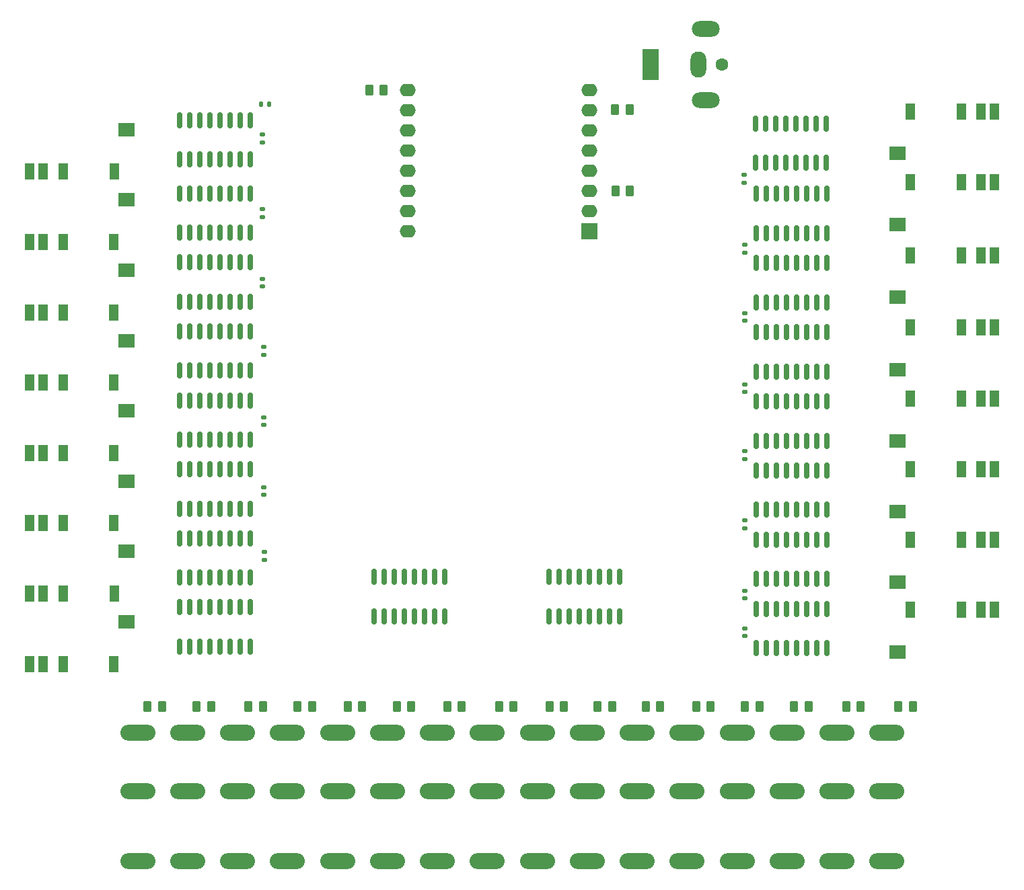
<source format=gts>
G04 #@! TF.GenerationSoftware,KiCad,Pcbnew,8.0.5*
G04 #@! TF.CreationDate,2025-03-13T16:15:27+08:00*
G04 #@! TF.ProjectId,hardware,68617264-7761-4726-952e-6b696361645f,rev?*
G04 #@! TF.SameCoordinates,Original*
G04 #@! TF.FileFunction,Soldermask,Top*
G04 #@! TF.FilePolarity,Negative*
%FSLAX46Y46*%
G04 Gerber Fmt 4.6, Leading zero omitted, Abs format (unit mm)*
G04 Created by KiCad (PCBNEW 8.0.5) date 2025-03-13 16:15:27*
%MOMM*%
%LPD*%
G01*
G04 APERTURE LIST*
G04 Aperture macros list*
%AMRoundRect*
0 Rectangle with rounded corners*
0 $1 Rounding radius*
0 $2 $3 $4 $5 $6 $7 $8 $9 X,Y pos of 4 corners*
0 Add a 4 corners polygon primitive as box body*
4,1,4,$2,$3,$4,$5,$6,$7,$8,$9,$2,$3,0*
0 Add four circle primitives for the rounded corners*
1,1,$1+$1,$2,$3*
1,1,$1+$1,$4,$5*
1,1,$1+$1,$6,$7*
1,1,$1+$1,$8,$9*
0 Add four rect primitives between the rounded corners*
20,1,$1+$1,$2,$3,$4,$5,0*
20,1,$1+$1,$4,$5,$6,$7,0*
20,1,$1+$1,$6,$7,$8,$9,0*
20,1,$1+$1,$8,$9,$2,$3,0*%
G04 Aperture macros list end*
%ADD10R,1.300000X2.000000*%
%ADD11R,2.000000X1.700000*%
%ADD12RoundRect,0.150000X0.150000X-0.825000X0.150000X0.825000X-0.150000X0.825000X-0.150000X-0.825000X0*%
%ADD13RoundRect,0.140000X-0.170000X0.140000X-0.170000X-0.140000X0.170000X-0.140000X0.170000X0.140000X0*%
%ADD14RoundRect,0.150000X-0.150000X0.825000X-0.150000X-0.825000X0.150000X-0.825000X0.150000X0.825000X0*%
%ADD15RoundRect,0.250000X-0.262500X-0.450000X0.262500X-0.450000X0.262500X0.450000X-0.262500X0.450000X0*%
%ADD16C,1.600000*%
%ADD17R,2.000000X4.000000*%
%ADD18O,2.000000X3.300000*%
%ADD19O,3.500000X2.000000*%
%ADD20R,2.000000X2.000000*%
%ADD21O,2.000000X1.600000*%
%ADD22RoundRect,0.250000X0.262500X0.450000X-0.262500X0.450000X-0.262500X-0.450000X0.262500X-0.450000X0*%
%ADD23RoundRect,0.140000X-0.140000X-0.170000X0.140000X-0.170000X0.140000X0.170000X-0.140000X0.170000X0*%
%ADD24O,4.404000X2.004000*%
G04 APERTURE END LIST*
D10*
G04 #@! TO.C,M16*
X278600001Y-55700000D03*
X276100001Y-55700000D03*
D11*
X268100002Y-61000000D03*
D10*
X269700001Y-55700001D03*
X280300000Y-55700000D03*
G04 #@! TD*
G04 #@! TO.C,M8*
X278600001Y-64636500D03*
X276100001Y-64636500D03*
D11*
X268100002Y-69936500D03*
D10*
X269700001Y-64636501D03*
X280300000Y-64636500D03*
G04 #@! TD*
G04 #@! TO.C,M9*
X280300000Y-73836500D03*
X269700001Y-73836501D03*
D11*
X268100002Y-79136500D03*
D10*
X276100001Y-73836500D03*
X278600001Y-73836500D03*
G04 #@! TD*
G04 #@! TO.C,M10*
X280300000Y-82900000D03*
X269700001Y-82900001D03*
D11*
X268100002Y-88200000D03*
D10*
X276100001Y-82900000D03*
X278600001Y-82900000D03*
G04 #@! TD*
G04 #@! TO.C,M11*
X280300000Y-91900000D03*
X269700001Y-91900001D03*
D11*
X268100002Y-97200000D03*
D10*
X276100001Y-91900000D03*
X278600001Y-91900000D03*
G04 #@! TD*
G04 #@! TO.C,M12*
X280300000Y-100800000D03*
X269700001Y-100800001D03*
D11*
X268100002Y-106100000D03*
D10*
X276100001Y-100800000D03*
X278600001Y-100800000D03*
G04 #@! TD*
G04 #@! TO.C,M13*
X280300000Y-109700000D03*
X269700001Y-109700001D03*
D11*
X268100002Y-115000000D03*
D10*
X276100001Y-109700000D03*
X278600001Y-109700000D03*
G04 #@! TD*
G04 #@! TO.C,M14*
X280300000Y-118500000D03*
X269700001Y-118500001D03*
D11*
X268100002Y-123800000D03*
D10*
X276100001Y-118500000D03*
X278600001Y-118500000D03*
G04 #@! TD*
G04 #@! TO.C,M7*
X158863502Y-125300000D03*
X169463501Y-125299999D03*
D11*
X171063500Y-120000000D03*
D10*
X163063501Y-125300000D03*
X160563501Y-125300000D03*
G04 #@! TD*
G04 #@! TO.C,M6*
X158900001Y-116442853D03*
X169500000Y-116442852D03*
D11*
X171099999Y-111142853D03*
D10*
X163100000Y-116442853D03*
X160600000Y-116442853D03*
G04 #@! TD*
G04 #@! TO.C,M5*
X158863502Y-107585711D03*
X169463501Y-107585710D03*
D11*
X171063500Y-102285711D03*
D10*
X163063501Y-107585711D03*
X160563501Y-107585711D03*
G04 #@! TD*
G04 #@! TO.C,M4*
X158863502Y-98728569D03*
X169463501Y-98728568D03*
D11*
X171063500Y-93428569D03*
D10*
X163063501Y-98728569D03*
X160563501Y-98728569D03*
G04 #@! TD*
G04 #@! TO.C,M3*
X158863502Y-89871427D03*
X169463501Y-89871426D03*
D11*
X171063500Y-84571427D03*
D10*
X163063501Y-89871427D03*
X160563501Y-89871427D03*
G04 #@! TD*
G04 #@! TO.C,M2*
X158863502Y-81014285D03*
X169463501Y-81014284D03*
D11*
X171063500Y-75714285D03*
D10*
X163063501Y-81014285D03*
X160563501Y-81014285D03*
G04 #@! TD*
G04 #@! TO.C,M1*
X158863502Y-72157143D03*
X169463501Y-72157142D03*
D11*
X171063500Y-66857143D03*
D10*
X163063501Y-72157143D03*
X160563501Y-72157143D03*
G04 #@! TD*
G04 #@! TO.C,M15*
X158900000Y-63300001D03*
X169499999Y-63300000D03*
D11*
X171099998Y-58000001D03*
D10*
X163099999Y-63300001D03*
X160599999Y-63300001D03*
G04 #@! TD*
D12*
G04 #@! TO.C,U8*
X177755000Y-105733332D03*
X179025000Y-105733332D03*
X180295000Y-105733332D03*
X181565000Y-105733332D03*
X182835000Y-105733332D03*
X184105000Y-105733332D03*
X185375000Y-105733332D03*
X186645000Y-105733332D03*
X186645000Y-100783332D03*
X185375000Y-100783332D03*
X184105000Y-100783332D03*
X182835000Y-100783332D03*
X181565000Y-100783332D03*
X180295000Y-100783332D03*
X179025000Y-100783332D03*
X177755000Y-100783332D03*
G04 #@! TD*
D13*
G04 #@! TO.C,C14*
X248900000Y-120820000D03*
X248900000Y-121780000D03*
G04 #@! TD*
D14*
G04 #@! TO.C,U14*
X259200000Y-92224999D03*
X257930000Y-92224999D03*
X256660000Y-92224999D03*
X255390000Y-92224999D03*
X254120000Y-92224999D03*
X252850000Y-92224999D03*
X251580000Y-92224999D03*
X250310000Y-92224999D03*
X250310000Y-97174999D03*
X251580000Y-97174999D03*
X252850000Y-97174999D03*
X254120000Y-97174999D03*
X255390000Y-97174999D03*
X256660000Y-97174999D03*
X257930000Y-97174999D03*
X259200000Y-97174999D03*
G04 #@! TD*
D15*
G04 #@! TO.C,R12*
X224287500Y-130700000D03*
X226112500Y-130700000D03*
G04 #@! TD*
G04 #@! TO.C,R13*
X230337500Y-130700000D03*
X232162500Y-130700000D03*
G04 #@! TD*
D14*
G04 #@! TO.C,U17*
X259200000Y-118350000D03*
X257930000Y-118350000D03*
X256660000Y-118350000D03*
X255390000Y-118350000D03*
X254120000Y-118350000D03*
X252850000Y-118350000D03*
X251580000Y-118350000D03*
X250310000Y-118350000D03*
X250310000Y-123300000D03*
X251580000Y-123300000D03*
X252850000Y-123300000D03*
X254120000Y-123300000D03*
X255390000Y-123300000D03*
X256660000Y-123300000D03*
X257930000Y-123300000D03*
X259200000Y-123300000D03*
G04 #@! TD*
D15*
G04 #@! TO.C,R5*
X179875000Y-130700000D03*
X181700000Y-130700000D03*
G04 #@! TD*
D13*
G04 #@! TO.C,C9*
X248900000Y-81120000D03*
X248900000Y-82080000D03*
G04 #@! TD*
D15*
G04 #@! TO.C,R19*
X268187500Y-130700000D03*
X270012500Y-130700000D03*
G04 #@! TD*
G04 #@! TO.C,R7*
X192575000Y-130700000D03*
X194400000Y-130700000D03*
G04 #@! TD*
D12*
G04 #@! TO.C,U7*
X177755000Y-97049999D03*
X179025000Y-97049999D03*
X180295000Y-97049999D03*
X181565000Y-97049999D03*
X182835000Y-97049999D03*
X184105000Y-97049999D03*
X185375000Y-97049999D03*
X186645000Y-97049999D03*
X186645000Y-92099999D03*
X185375000Y-92099999D03*
X184105000Y-92099999D03*
X182835000Y-92099999D03*
X181565000Y-92099999D03*
X180295000Y-92099999D03*
X179025000Y-92099999D03*
X177755000Y-92099999D03*
G04 #@! TD*
D13*
G04 #@! TO.C,C16*
X248800000Y-63720000D03*
X248800000Y-64680000D03*
G04 #@! TD*
D16*
G04 #@! TO.C,J2*
X246000000Y-49800000D03*
D17*
X237000000Y-49800000D03*
D18*
X243000000Y-49800000D03*
D19*
X244000000Y-54300000D03*
X244000000Y-45300000D03*
G04 #@! TD*
D12*
G04 #@! TO.C,U5*
X177755000Y-79683333D03*
X179025000Y-79683333D03*
X180295000Y-79683333D03*
X181565000Y-79683333D03*
X182835000Y-79683333D03*
X184105000Y-79683333D03*
X185375000Y-79683333D03*
X186645000Y-79683333D03*
X186645000Y-74733333D03*
X185375000Y-74733333D03*
X184105000Y-74733333D03*
X182835000Y-74733333D03*
X181565000Y-74733333D03*
X180295000Y-74733333D03*
X179025000Y-74733333D03*
X177755000Y-74733333D03*
G04 #@! TD*
G04 #@! TO.C,U9*
X177755000Y-114416665D03*
X179025000Y-114416665D03*
X180295000Y-114416665D03*
X181565000Y-114416665D03*
X182835000Y-114416665D03*
X184105000Y-114416665D03*
X185375000Y-114416665D03*
X186645000Y-114416665D03*
X186645000Y-109466665D03*
X185375000Y-109466665D03*
X184105000Y-109466665D03*
X182835000Y-109466665D03*
X181565000Y-109466665D03*
X180295000Y-109466665D03*
X179025000Y-109466665D03*
X177755000Y-109466665D03*
G04 #@! TD*
D13*
G04 #@! TO.C,C2*
X188200000Y-68020000D03*
X188200000Y-68980000D03*
G04 #@! TD*
G04 #@! TO.C,C1*
X188200000Y-58640000D03*
X188200000Y-59600000D03*
G04 #@! TD*
D12*
G04 #@! TO.C,U3*
X224255000Y-119275000D03*
X225525000Y-119275000D03*
X226795000Y-119275000D03*
X228065000Y-119275000D03*
X229335000Y-119275000D03*
X230605000Y-119275000D03*
X231875000Y-119275000D03*
X233145000Y-119275000D03*
X233145000Y-114325000D03*
X231875000Y-114325000D03*
X230605000Y-114325000D03*
X229335000Y-114325000D03*
X228065000Y-114325000D03*
X226795000Y-114325000D03*
X225525000Y-114325000D03*
X224255000Y-114325000D03*
G04 #@! TD*
D13*
G04 #@! TO.C,C13*
X248900000Y-116100000D03*
X248900000Y-117060000D03*
G04 #@! TD*
D15*
G04 #@! TO.C,R14*
X236387500Y-130700000D03*
X238212500Y-130700000D03*
G04 #@! TD*
G04 #@! TO.C,R16*
X248887500Y-130700000D03*
X250712500Y-130700000D03*
G04 #@! TD*
D20*
G04 #@! TO.C,U1*
X229290000Y-70800000D03*
D21*
X229290000Y-68260000D03*
X229290000Y-65720000D03*
X229290000Y-63180000D03*
X229290000Y-60640000D03*
X229290000Y-58100000D03*
X229290000Y-55560000D03*
X229290000Y-53020000D03*
X206430000Y-53020000D03*
X206430000Y-55560000D03*
X206430000Y-58100000D03*
X206430000Y-60640000D03*
X206430000Y-63180000D03*
X206430000Y-65720000D03*
X206430000Y-68260000D03*
X206430000Y-70800000D03*
G04 #@! TD*
D15*
G04 #@! TO.C,R10*
X211437500Y-130700000D03*
X213262500Y-130700000D03*
G04 #@! TD*
G04 #@! TO.C,R9*
X205087500Y-130700000D03*
X206912500Y-130700000D03*
G04 #@! TD*
D22*
G04 #@! TO.C,R1*
X234415000Y-65700000D03*
X232590000Y-65700000D03*
G04 #@! TD*
D14*
G04 #@! TO.C,U16*
X259200000Y-109641665D03*
X257930000Y-109641665D03*
X256660000Y-109641665D03*
X255390000Y-109641665D03*
X254120000Y-109641665D03*
X252850000Y-109641665D03*
X251580000Y-109641665D03*
X250310000Y-109641665D03*
X250310000Y-114591665D03*
X251580000Y-114591665D03*
X252850000Y-114591665D03*
X254120000Y-114591665D03*
X255390000Y-114591665D03*
X256660000Y-114591665D03*
X257930000Y-114591665D03*
X259200000Y-114591665D03*
G04 #@! TD*
D12*
G04 #@! TO.C,U6*
X177755000Y-88366666D03*
X179025000Y-88366666D03*
X180295000Y-88366666D03*
X181565000Y-88366666D03*
X182835000Y-88366666D03*
X184105000Y-88366666D03*
X185375000Y-88366666D03*
X186645000Y-88366666D03*
X186645000Y-83416666D03*
X185375000Y-83416666D03*
X184105000Y-83416666D03*
X182835000Y-83416666D03*
X181565000Y-83416666D03*
X180295000Y-83416666D03*
X179025000Y-83416666D03*
X177755000Y-83416666D03*
G04 #@! TD*
D13*
G04 #@! TO.C,C10*
X248900000Y-90100000D03*
X248900000Y-91060000D03*
G04 #@! TD*
G04 #@! TO.C,C8*
X248900000Y-72520000D03*
X248900000Y-73480000D03*
G04 #@! TD*
D15*
G04 #@! TO.C,R15*
X242737500Y-130700000D03*
X244562500Y-130700000D03*
G04 #@! TD*
D14*
G04 #@! TO.C,U15*
X259200000Y-100933332D03*
X257930000Y-100933332D03*
X256660000Y-100933332D03*
X255390000Y-100933332D03*
X254120000Y-100933332D03*
X252850000Y-100933332D03*
X251580000Y-100933332D03*
X250310000Y-100933332D03*
X250310000Y-105883332D03*
X251580000Y-105883332D03*
X252850000Y-105883332D03*
X254120000Y-105883332D03*
X255390000Y-105883332D03*
X256660000Y-105883332D03*
X257930000Y-105883332D03*
X259200000Y-105883332D03*
G04 #@! TD*
D15*
G04 #@! TO.C,R18*
X261637500Y-130700000D03*
X263462500Y-130700000D03*
G04 #@! TD*
G04 #@! TO.C,R17*
X255087500Y-130700000D03*
X256912500Y-130700000D03*
G04 #@! TD*
D12*
G04 #@! TO.C,U4*
X177755000Y-71000000D03*
X179025000Y-71000000D03*
X180295000Y-71000000D03*
X181565000Y-71000000D03*
X182835000Y-71000000D03*
X184105000Y-71000000D03*
X185375000Y-71000000D03*
X186645000Y-71000000D03*
X186645000Y-66050000D03*
X185375000Y-66050000D03*
X184105000Y-66050000D03*
X182835000Y-66050000D03*
X181565000Y-66050000D03*
X180295000Y-66050000D03*
X179025000Y-66050000D03*
X177755000Y-66050000D03*
G04 #@! TD*
G04 #@! TO.C,U2*
X202200000Y-119275000D03*
X203470000Y-119275000D03*
X204740000Y-119275000D03*
X206010000Y-119275000D03*
X207280000Y-119275000D03*
X208550000Y-119275000D03*
X209820000Y-119275000D03*
X211090000Y-119275000D03*
X211090000Y-114325000D03*
X209820000Y-114325000D03*
X208550000Y-114325000D03*
X207280000Y-114325000D03*
X206010000Y-114325000D03*
X204740000Y-114325000D03*
X203470000Y-114325000D03*
X202200000Y-114325000D03*
G04 #@! TD*
D15*
G04 #@! TO.C,R11*
X217937500Y-130700000D03*
X219762500Y-130700000D03*
G04 #@! TD*
D13*
G04 #@! TO.C,C3*
X188200000Y-76820000D03*
X188200000Y-77780000D03*
G04 #@! TD*
G04 #@! TO.C,C7*
X188400000Y-111220000D03*
X188400000Y-112180000D03*
G04 #@! TD*
D12*
G04 #@! TO.C,U18*
X177780000Y-61750000D03*
X179050000Y-61750000D03*
X180320000Y-61750000D03*
X181590000Y-61750000D03*
X182860000Y-61750000D03*
X184130000Y-61750000D03*
X185400000Y-61750000D03*
X186670000Y-61750000D03*
X186670000Y-56800000D03*
X185400000Y-56800000D03*
X184130000Y-56800000D03*
X182860000Y-56800000D03*
X181590000Y-56800000D03*
X180320000Y-56800000D03*
X179050000Y-56800000D03*
X177780000Y-56800000D03*
G04 #@! TD*
D15*
G04 #@! TO.C,R6*
X186425000Y-130700000D03*
X188250000Y-130700000D03*
G04 #@! TD*
D14*
G04 #@! TO.C,U13*
X259200000Y-83516666D03*
X257930000Y-83516666D03*
X256660000Y-83516666D03*
X255390000Y-83516666D03*
X254120000Y-83516666D03*
X252850000Y-83516666D03*
X251580000Y-83516666D03*
X250310000Y-83516666D03*
X250310000Y-88466666D03*
X251580000Y-88466666D03*
X252850000Y-88466666D03*
X254120000Y-88466666D03*
X255390000Y-88466666D03*
X256660000Y-88466666D03*
X257930000Y-88466666D03*
X259200000Y-88466666D03*
G04 #@! TD*
D12*
G04 #@! TO.C,U10*
X177755000Y-123100000D03*
X179025000Y-123100000D03*
X180295000Y-123100000D03*
X181565000Y-123100000D03*
X182835000Y-123100000D03*
X184105000Y-123100000D03*
X185375000Y-123100000D03*
X186645000Y-123100000D03*
X186645000Y-118150000D03*
X185375000Y-118150000D03*
X184105000Y-118150000D03*
X182835000Y-118150000D03*
X181565000Y-118150000D03*
X180295000Y-118150000D03*
X179025000Y-118150000D03*
X177755000Y-118150000D03*
G04 #@! TD*
D13*
G04 #@! TO.C,C5*
X188300000Y-94220000D03*
X188300000Y-95180000D03*
G04 #@! TD*
G04 #@! TO.C,C11*
X248900000Y-98520000D03*
X248900000Y-99480000D03*
G04 #@! TD*
D23*
G04 #@! TO.C,C15*
X188020000Y-54800000D03*
X188980000Y-54800000D03*
G04 #@! TD*
D13*
G04 #@! TO.C,C4*
X188300000Y-85400000D03*
X188300000Y-86360000D03*
G04 #@! TD*
D22*
G04 #@! TO.C,R3*
X203412500Y-53000000D03*
X201587500Y-53000000D03*
G04 #@! TD*
D15*
G04 #@! TO.C,R8*
X198875000Y-130700000D03*
X200700000Y-130700000D03*
G04 #@! TD*
D14*
G04 #@! TO.C,U12*
X259200000Y-74808333D03*
X257930000Y-74808333D03*
X256660000Y-74808333D03*
X255390000Y-74808333D03*
X254120000Y-74808333D03*
X252850000Y-74808333D03*
X251580000Y-74808333D03*
X250310000Y-74808333D03*
X250310000Y-79758333D03*
X251580000Y-79758333D03*
X252850000Y-79758333D03*
X254120000Y-79758333D03*
X255390000Y-79758333D03*
X256660000Y-79758333D03*
X257930000Y-79758333D03*
X259200000Y-79758333D03*
G04 #@! TD*
D22*
G04 #@! TO.C,R2*
X234370000Y-55500000D03*
X232545000Y-55500000D03*
G04 #@! TD*
D13*
G04 #@! TO.C,C12*
X248900000Y-107220000D03*
X248900000Y-108180000D03*
G04 #@! TD*
D14*
G04 #@! TO.C,U11*
X259200000Y-66100000D03*
X257930000Y-66100000D03*
X256660000Y-66100000D03*
X255390000Y-66100000D03*
X254120000Y-66100000D03*
X252850000Y-66100000D03*
X251580000Y-66100000D03*
X250310000Y-66100000D03*
X250310000Y-71050000D03*
X251580000Y-71050000D03*
X252850000Y-71050000D03*
X254120000Y-71050000D03*
X255390000Y-71050000D03*
X256660000Y-71050000D03*
X257930000Y-71050000D03*
X259200000Y-71050000D03*
G04 #@! TD*
D13*
G04 #@! TO.C,C6*
X188300000Y-103020000D03*
X188300000Y-103980000D03*
G04 #@! TD*
D14*
G04 #@! TO.C,U19*
X259100000Y-57225000D03*
X257830000Y-57225000D03*
X256560000Y-57225000D03*
X255290000Y-57225000D03*
X254020000Y-57225000D03*
X252750000Y-57225000D03*
X251480000Y-57225000D03*
X250210000Y-57225000D03*
X250210000Y-62175000D03*
X251480000Y-62175000D03*
X252750000Y-62175000D03*
X254020000Y-62175000D03*
X255290000Y-62175000D03*
X256560000Y-62175000D03*
X257830000Y-62175000D03*
X259100000Y-62175000D03*
G04 #@! TD*
D15*
G04 #@! TO.C,R4*
X173687500Y-130700000D03*
X175512500Y-130700000D03*
G04 #@! TD*
D24*
G04 #@! TO.C,SW6*
X203893340Y-150100000D03*
X203893340Y-134000000D03*
X203893340Y-141300000D03*
G04 #@! TD*
G04 #@! TO.C,SW11*
X235326670Y-150100000D03*
X235326670Y-134000000D03*
X235326670Y-141300000D03*
G04 #@! TD*
G04 #@! TO.C,SW12*
X241613336Y-150100000D03*
X241613336Y-134000000D03*
X241613336Y-141300000D03*
G04 #@! TD*
G04 #@! TO.C,SW14*
X254186668Y-150100000D03*
X254186668Y-134000000D03*
X254186668Y-141300000D03*
G04 #@! TD*
G04 #@! TO.C,SW7*
X210180006Y-150100000D03*
X210180006Y-134000000D03*
X210180006Y-141300000D03*
G04 #@! TD*
G04 #@! TO.C,SW4*
X191320008Y-150100000D03*
X191320008Y-134000000D03*
X191320008Y-141300000D03*
G04 #@! TD*
G04 #@! TO.C,SW15*
X260473334Y-150100000D03*
X260473334Y-134000000D03*
X260473334Y-141300000D03*
G04 #@! TD*
G04 #@! TO.C,SW10*
X229040004Y-150100000D03*
X229040004Y-134000000D03*
X229040004Y-141300000D03*
G04 #@! TD*
G04 #@! TO.C,SW8*
X216466672Y-150100000D03*
X216466672Y-134000000D03*
X216466672Y-141300000D03*
G04 #@! TD*
G04 #@! TO.C,SW9*
X222753338Y-150100000D03*
X222753338Y-134000000D03*
X222753338Y-141300000D03*
G04 #@! TD*
G04 #@! TO.C,SW16*
X266760000Y-150100000D03*
X266760000Y-134000000D03*
X266760000Y-141300000D03*
G04 #@! TD*
G04 #@! TO.C,SW2*
X178746676Y-150100000D03*
X178746676Y-134000000D03*
X178746676Y-141300000D03*
G04 #@! TD*
G04 #@! TO.C,SW5*
X197606674Y-150100000D03*
X197606674Y-134000000D03*
X197606674Y-141300000D03*
G04 #@! TD*
G04 #@! TO.C,SW13*
X247900002Y-150100000D03*
X247900002Y-134000000D03*
X247900002Y-141300000D03*
G04 #@! TD*
G04 #@! TO.C,SW1*
X172460010Y-150100000D03*
X172460010Y-134000000D03*
X172460010Y-141300000D03*
G04 #@! TD*
G04 #@! TO.C,SW3*
X185033342Y-150100000D03*
X185033342Y-134000000D03*
X185033342Y-141300000D03*
G04 #@! TD*
M02*

</source>
